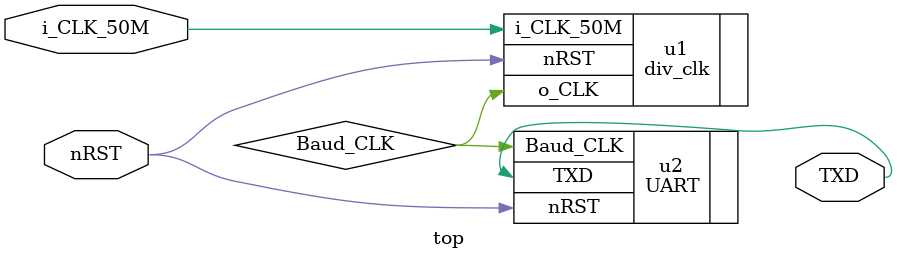
<source format=v>
`timescale 1ns / 1ps
module top(i_CLK_50M,nRST,TXD);

input i_CLK_50M,nRST;
output TXD;
wire Baud_CLK;

div_clk u1(.i_CLK_50M(i_CLK_50M),.nRST(nRST),.o_CLK(Baud_CLK));
UART u2(.nRST(nRST),.TXD(TXD),.Baud_CLK(Baud_CLK));

endmodule

</source>
